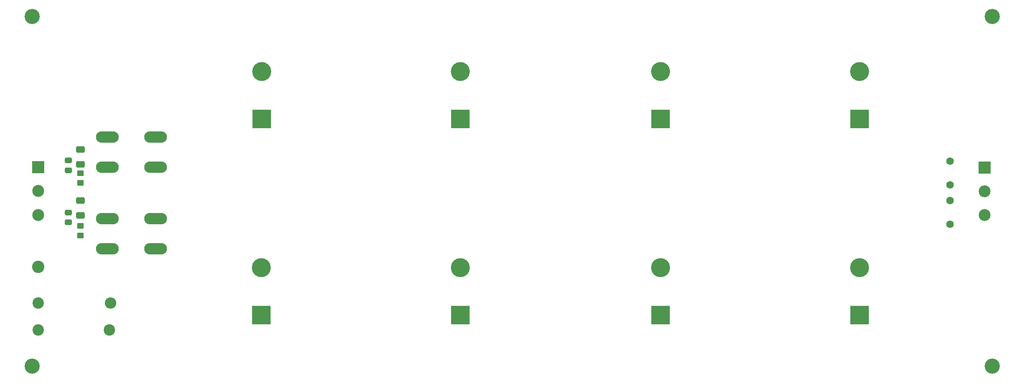
<source format=gbr>
G04 #@! TF.GenerationSoftware,KiCad,Pcbnew,(6.0.0-0)*
G04 #@! TF.CreationDate,2021-12-28T20:37:27+01:00*
G04 #@! TF.ProjectId,psu-mosfet-160w,7073752d-6d6f-4736-9665-742d31363077,rev?*
G04 #@! TF.SameCoordinates,Original*
G04 #@! TF.FileFunction,Soldermask,Top*
G04 #@! TF.FilePolarity,Negative*
%FSLAX46Y46*%
G04 Gerber Fmt 4.6, Leading zero omitted, Abs format (unit mm)*
G04 Created by KiCad (PCBNEW (6.0.0-0)) date 2021-12-28 20:37:27*
%MOMM*%
%LPD*%
G01*
G04 APERTURE LIST*
G04 Aperture macros list*
%AMRoundRect*
0 Rectangle with rounded corners*
0 $1 Rounding radius*
0 $2 $3 $4 $5 $6 $7 $8 $9 X,Y pos of 4 corners*
0 Add a 4 corners polygon primitive as box body*
4,1,4,$2,$3,$4,$5,$6,$7,$8,$9,$2,$3,0*
0 Add four circle primitives for the rounded corners*
1,1,$1+$1,$2,$3*
1,1,$1+$1,$4,$5*
1,1,$1+$1,$6,$7*
1,1,$1+$1,$8,$9*
0 Add four rect primitives between the rounded corners*
20,1,$1+$1,$2,$3,$4,$5,0*
20,1,$1+$1,$4,$5,$6,$7,0*
20,1,$1+$1,$6,$7,$8,$9,0*
20,1,$1+$1,$8,$9,$2,$3,0*%
G04 Aperture macros list end*
%ADD10C,2.400000*%
%ADD11RoundRect,0.250000X-0.475000X0.337500X-0.475000X-0.337500X0.475000X-0.337500X0.475000X0.337500X0*%
%ADD12RoundRect,0.249999X-0.650001X0.412501X-0.650001X-0.412501X0.650001X-0.412501X0.650001X0.412501X0*%
%ADD13R,4.000000X4.000000*%
%ADD14C,4.000000*%
%ADD15O,4.800600X2.400300*%
%ADD16R,2.500000X2.500000*%
%ADD17C,2.500000*%
%ADD18C,2.600000*%
%ADD19O,2.400000X2.400000*%
%ADD20RoundRect,0.249999X-0.450001X0.350001X-0.450001X-0.350001X0.450001X-0.350001X0.450001X0.350001X0*%
%ADD21C,1.600000*%
%ADD22C,3.200000*%
G04 APERTURE END LIST*
D10*
X26416000Y-94742000D03*
X41416000Y-94742000D03*
D11*
X32766000Y-59012000D03*
X32766000Y-61087000D03*
X32766000Y-69977000D03*
X32766000Y-72052000D03*
D12*
X35306000Y-56692000D03*
X35306000Y-59817000D03*
X35306000Y-67437000D03*
X35306000Y-70562000D03*
D13*
X73533000Y-50292000D03*
D14*
X73533000Y-40292000D03*
D13*
X73406000Y-91567000D03*
D14*
X73406000Y-81567000D03*
D13*
X115316000Y-50292000D03*
D14*
X115316000Y-40292000D03*
D13*
X115316000Y-91567000D03*
D14*
X115316000Y-81567000D03*
D15*
X41021000Y-71247000D03*
X51181000Y-71247000D03*
X41021000Y-77597000D03*
X51181000Y-77597000D03*
X51181000Y-54102000D03*
X41021000Y-54102000D03*
X51181000Y-60452000D03*
X41021000Y-60452000D03*
D16*
X26416000Y-60452000D03*
D17*
X26416000Y-65452000D03*
X26416000Y-70452000D03*
D18*
X26416000Y-81407000D03*
D10*
X26416000Y-89027000D03*
D19*
X41656000Y-89027000D03*
D20*
X35306000Y-61722000D03*
X35306000Y-63722000D03*
X35306000Y-72787000D03*
X35306000Y-74787000D03*
D21*
X218440000Y-59182000D03*
X218440000Y-64182000D03*
X218440000Y-67437000D03*
X218440000Y-72437000D03*
D22*
X227330000Y-28702000D03*
X227330000Y-102362000D03*
X25146000Y-102362000D03*
X25146000Y-28702000D03*
D16*
X225760000Y-60532000D03*
D17*
X225760000Y-65532000D03*
X225760000Y-70532000D03*
D13*
X199390000Y-50291999D03*
D14*
X199390000Y-40291999D03*
D13*
X199390000Y-91567000D03*
D14*
X199390000Y-81567000D03*
D13*
X157480000Y-91567000D03*
D14*
X157480000Y-81567000D03*
D13*
X157480000Y-50291999D03*
D14*
X157480000Y-40291999D03*
M02*

</source>
